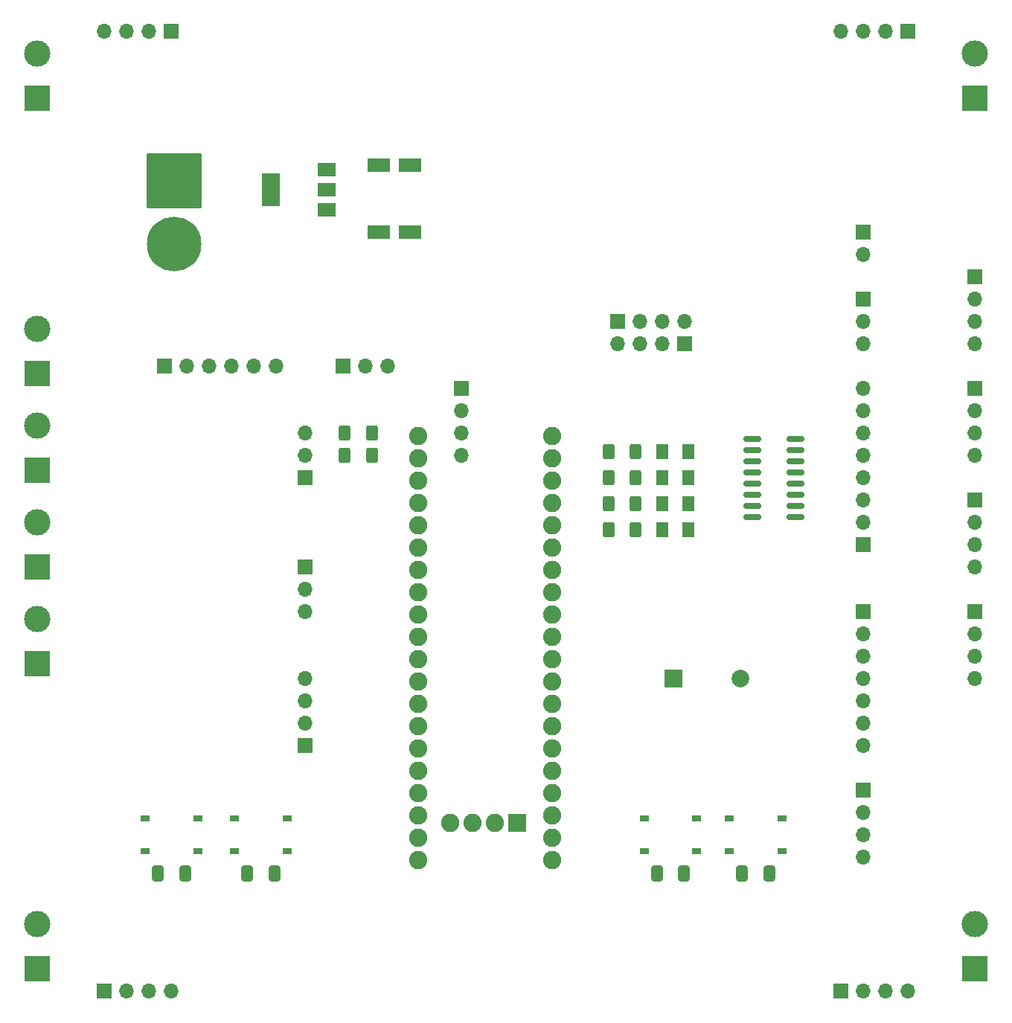
<source format=gbr>
%TF.GenerationSoftware,KiCad,Pcbnew,7.0.10-7.0.10~ubuntu22.04.1*%
%TF.CreationDate,2024-01-16T22:39:05+07:00*%
%TF.ProjectId,PCB_Sensor,5043425f-5365-46e7-936f-722e6b696361,rev?*%
%TF.SameCoordinates,Original*%
%TF.FileFunction,Soldermask,Top*%
%TF.FilePolarity,Negative*%
%FSLAX46Y46*%
G04 Gerber Fmt 4.6, Leading zero omitted, Abs format (unit mm)*
G04 Created by KiCad (PCBNEW 7.0.10-7.0.10~ubuntu22.04.1) date 2024-01-16 22:39:05*
%MOMM*%
%LPD*%
G01*
G04 APERTURE LIST*
G04 Aperture macros list*
%AMRoundRect*
0 Rectangle with rounded corners*
0 $1 Rounding radius*
0 $2 $3 $4 $5 $6 $7 $8 $9 X,Y pos of 4 corners*
0 Add a 4 corners polygon primitive as box body*
4,1,4,$2,$3,$4,$5,$6,$7,$8,$9,$2,$3,0*
0 Add four circle primitives for the rounded corners*
1,1,$1+$1,$2,$3*
1,1,$1+$1,$4,$5*
1,1,$1+$1,$6,$7*
1,1,$1+$1,$8,$9*
0 Add four rect primitives between the rounded corners*
20,1,$1+$1,$2,$3,$4,$5,0*
20,1,$1+$1,$4,$5,$6,$7,0*
20,1,$1+$1,$6,$7,$8,$9,0*
20,1,$1+$1,$8,$9,$2,$3,0*%
G04 Aperture macros list end*
%ADD10R,1.700000X1.700000*%
%ADD11O,1.700000X1.700000*%
%ADD12C,3.000000*%
%ADD13R,3.000000X3.000000*%
%ADD14RoundRect,0.250000X-0.400000X-0.625000X0.400000X-0.625000X0.400000X0.625000X-0.400000X0.625000X0*%
%ADD15C,6.204000*%
%ADD16RoundRect,0.102000X-3.000000X3.000000X-3.000000X-3.000000X3.000000X-3.000000X3.000000X3.000000X0*%
%ADD17R,1.000000X0.750000*%
%ADD18RoundRect,0.250000X-1.050000X-0.550000X1.050000X-0.550000X1.050000X0.550000X-1.050000X0.550000X0*%
%ADD19RoundRect,0.250000X-0.412500X-0.650000X0.412500X-0.650000X0.412500X0.650000X-0.412500X0.650000X0*%
%ADD20R,2.000000X2.000000*%
%ADD21C,2.000000*%
%ADD22R,2.000000X1.500000*%
%ADD23R,2.000000X3.800000*%
%ADD24RoundRect,0.150000X0.825000X0.150000X-0.825000X0.150000X-0.825000X-0.150000X0.825000X-0.150000X0*%
%ADD25RoundRect,0.250001X-0.462499X-0.624999X0.462499X-0.624999X0.462499X0.624999X-0.462499X0.624999X0*%
%ADD26RoundRect,0.250000X0.400000X0.625000X-0.400000X0.625000X-0.400000X-0.625000X0.400000X-0.625000X0*%
%ADD27C,2.082800*%
%ADD28RoundRect,0.101600X0.939800X-0.939800X0.939800X0.939800X-0.939800X0.939800X-0.939800X-0.939800X0*%
G04 APERTURE END LIST*
D10*
%TO.C,J30*%
X170180000Y-88900000D03*
D11*
X170180000Y-91440000D03*
X170180000Y-93980000D03*
X170180000Y-96520000D03*
%TD*%
D10*
%TO.C,J29*%
X170180000Y-101600000D03*
D11*
X170180000Y-104140000D03*
X170180000Y-106680000D03*
X170180000Y-109220000D03*
%TD*%
D10*
%TO.C,J28*%
X170180000Y-76200000D03*
D11*
X170180000Y-78740000D03*
X170180000Y-81280000D03*
X170180000Y-83820000D03*
%TD*%
D10*
%TO.C,J27*%
X170180000Y-63500000D03*
D11*
X170180000Y-66040000D03*
X170180000Y-68580000D03*
X170180000Y-71120000D03*
%TD*%
D10*
%TO.C,J26*%
X71120000Y-144780000D03*
D11*
X73660000Y-144780000D03*
X76200000Y-144780000D03*
X78740000Y-144780000D03*
%TD*%
D10*
%TO.C,J25*%
X78740000Y-35560000D03*
D11*
X76200000Y-35560000D03*
X73660000Y-35560000D03*
X71120000Y-35560000D03*
%TD*%
D10*
%TO.C,J24*%
X154940000Y-144780000D03*
D11*
X157480000Y-144780000D03*
X160020000Y-144780000D03*
X162560000Y-144780000D03*
%TD*%
D10*
%TO.C,J23*%
X162560000Y-35560000D03*
D11*
X160020000Y-35560000D03*
X157480000Y-35560000D03*
X154940000Y-35560000D03*
%TD*%
D12*
%TO.C,J22*%
X63500000Y-102446668D03*
D13*
X63500000Y-107526668D03*
%TD*%
D12*
%TO.C,J21*%
X63500000Y-91440000D03*
D13*
X63500000Y-96520000D03*
%TD*%
D12*
%TO.C,J20*%
X63500000Y-80433334D03*
D13*
X63500000Y-85513334D03*
%TD*%
%TO.C,J19*%
X63500000Y-43180000D03*
D12*
X63500000Y-38100000D03*
%TD*%
D13*
%TO.C,J18*%
X170180000Y-142240000D03*
D12*
X170180000Y-137160000D03*
%TD*%
D13*
%TO.C,J17*%
X170180000Y-43180000D03*
D12*
X170180000Y-38100000D03*
%TD*%
D13*
%TO.C,J16*%
X63500000Y-142240000D03*
D12*
X63500000Y-137160000D03*
%TD*%
D13*
%TO.C,J3*%
X63500000Y-74506668D03*
D12*
X63500000Y-69426668D03*
%TD*%
D10*
%TO.C,J4*%
X157480000Y-66040000D03*
D11*
X157480000Y-68580000D03*
X157480000Y-71120000D03*
%TD*%
D10*
%TO.C,J10*%
X157480000Y-121920000D03*
D11*
X157480000Y-124460000D03*
X157480000Y-127000000D03*
X157480000Y-129540000D03*
%TD*%
D14*
%TO.C,R2*%
X98500000Y-83820000D03*
X101600000Y-83820000D03*
%TD*%
D15*
%TO.C,J6*%
X79060000Y-59720000D03*
D16*
X79060000Y-52520000D03*
%TD*%
D10*
%TO.C,J1*%
X98320000Y-73660000D03*
D11*
X100860000Y-73660000D03*
X103400000Y-73660000D03*
%TD*%
D10*
%TO.C,J5*%
X157480000Y-58420000D03*
D11*
X157480000Y-60960000D03*
%TD*%
D17*
%TO.C,SW4*%
X85900000Y-125125000D03*
X91900000Y-125125000D03*
X85900000Y-128875000D03*
X91900000Y-128875000D03*
%TD*%
%TO.C,SW2*%
X132540000Y-125125000D03*
X138540000Y-125125000D03*
X132540000Y-128875000D03*
X138540000Y-128875000D03*
%TD*%
D18*
%TO.C,C1*%
X102340000Y-50800000D03*
X105940000Y-50800000D03*
%TD*%
D10*
%TO.C,J8*%
X93980000Y-86360000D03*
D11*
X93980000Y-83820000D03*
X93980000Y-81280000D03*
%TD*%
D10*
%TO.C,J2*%
X93980000Y-96520000D03*
D11*
X93980000Y-99060000D03*
X93980000Y-101600000D03*
%TD*%
D19*
%TO.C,C3*%
X143677500Y-131415000D03*
X146802500Y-131415000D03*
%TD*%
D10*
%TO.C,J13*%
X157480000Y-101600000D03*
D11*
X157480000Y-104140000D03*
X157480000Y-106680000D03*
X157480000Y-109220000D03*
X157480000Y-111760000D03*
X157480000Y-114300000D03*
X157480000Y-116840000D03*
%TD*%
D14*
%TO.C,R6*%
X128487500Y-83400000D03*
X131587500Y-83400000D03*
%TD*%
D19*
%TO.C,C4*%
X133977500Y-131415000D03*
X137102500Y-131415000D03*
%TD*%
D10*
%TO.C,J14*%
X137160000Y-71120000D03*
D11*
X134620000Y-71120000D03*
X132080000Y-71120000D03*
X129540000Y-71120000D03*
%TD*%
D10*
%TO.C,J15*%
X129540000Y-68580000D03*
D11*
X132080000Y-68580000D03*
X134620000Y-68580000D03*
X137160000Y-68580000D03*
%TD*%
D20*
%TO.C,BZ1*%
X135900000Y-109220000D03*
D21*
X143500000Y-109220000D03*
%TD*%
D14*
%TO.C,R1*%
X128487500Y-92280000D03*
X131587500Y-92280000D03*
%TD*%
D22*
%TO.C,U2*%
X96390000Y-55880000D03*
X96390000Y-53580000D03*
D23*
X90090000Y-53580000D03*
D22*
X96390000Y-51280000D03*
%TD*%
D10*
%TO.C,J7*%
X111760000Y-76200000D03*
D11*
X111760000Y-78740000D03*
X111760000Y-81280000D03*
X111760000Y-83820000D03*
%TD*%
D10*
%TO.C,J9*%
X93980000Y-116840000D03*
D11*
X93980000Y-114300000D03*
X93980000Y-111760000D03*
X93980000Y-109220000D03*
%TD*%
D14*
%TO.C,R5*%
X128487500Y-86360000D03*
X131587500Y-86360000D03*
%TD*%
D17*
%TO.C,SW3*%
X75740000Y-125125000D03*
X81740000Y-125125000D03*
X75740000Y-128875000D03*
X81740000Y-128875000D03*
%TD*%
D19*
%TO.C,C5*%
X77177500Y-131415000D03*
X80302500Y-131415000D03*
%TD*%
D10*
%TO.C,J11*%
X78000000Y-73660000D03*
D11*
X80540000Y-73660000D03*
X83080000Y-73660000D03*
X85620000Y-73660000D03*
X88160000Y-73660000D03*
X90700000Y-73660000D03*
%TD*%
D18*
%TO.C,C2*%
X102340000Y-58420000D03*
X105940000Y-58420000D03*
%TD*%
D24*
%TO.C,U3*%
X149795000Y-90805000D03*
X149795000Y-89535000D03*
X149795000Y-88265000D03*
X149795000Y-86995000D03*
X149795000Y-85725000D03*
X149795000Y-84455000D03*
X149795000Y-83185000D03*
X149795000Y-81915000D03*
X144845000Y-81915000D03*
X144845000Y-83185000D03*
X144845000Y-84455000D03*
X144845000Y-85725000D03*
X144845000Y-86995000D03*
X144845000Y-88265000D03*
X144845000Y-89535000D03*
X144845000Y-90805000D03*
%TD*%
D14*
%TO.C,R4*%
X128487500Y-89320000D03*
X131587500Y-89320000D03*
%TD*%
D25*
%TO.C,D3*%
X134620000Y-86335000D03*
X137595000Y-86335000D03*
%TD*%
D19*
%TO.C,C6*%
X87337500Y-131415000D03*
X90462500Y-131415000D03*
%TD*%
D25*
%TO.C,D1*%
X134620000Y-92255000D03*
X137595000Y-92255000D03*
%TD*%
D17*
%TO.C,SW1*%
X142240000Y-125125000D03*
X148240000Y-125125000D03*
X142240000Y-128875000D03*
X148240000Y-128875000D03*
%TD*%
D10*
%TO.C,J12*%
X157480000Y-93980000D03*
D11*
X157480000Y-91440000D03*
X157480000Y-88900000D03*
X157480000Y-86360000D03*
X157480000Y-83820000D03*
X157480000Y-81280000D03*
X157480000Y-78740000D03*
X157480000Y-76200000D03*
%TD*%
D25*
%TO.C,D4*%
X134620000Y-83375000D03*
X137595000Y-83375000D03*
%TD*%
D26*
%TO.C,R3*%
X101600000Y-81280000D03*
X98500000Y-81280000D03*
%TD*%
D25*
%TO.C,D2*%
X134620000Y-89295000D03*
X137595000Y-89295000D03*
%TD*%
D27*
%TO.C,U1*%
X122047000Y-81580000D03*
X122047000Y-84120000D03*
X122047000Y-86660000D03*
X122047000Y-89200000D03*
X122047000Y-91740000D03*
X122047000Y-94280000D03*
X122047000Y-96820000D03*
X122047000Y-99360000D03*
X122047000Y-101900000D03*
X122047000Y-104440000D03*
X122047000Y-106980000D03*
X122047000Y-109520000D03*
X122047000Y-112060000D03*
X122047000Y-114600000D03*
X122047000Y-117140000D03*
X122047000Y-119680000D03*
X122047000Y-122220000D03*
X122047000Y-124760000D03*
X122047000Y-127300000D03*
X122047000Y-129840000D03*
X106807000Y-129840000D03*
X106807000Y-127300000D03*
X106807000Y-124760000D03*
X106807000Y-122220000D03*
X106807000Y-119680000D03*
X106807000Y-117140000D03*
X106807000Y-114600000D03*
X106807000Y-112060000D03*
X106807000Y-109520000D03*
X106807000Y-106980000D03*
X106807000Y-104440000D03*
X106807000Y-101900000D03*
X106807000Y-99360000D03*
X106807000Y-96820000D03*
X106807000Y-94280000D03*
X106807000Y-91740000D03*
X106807000Y-89200000D03*
X106807000Y-86660000D03*
X106807000Y-84120000D03*
X106807000Y-81580000D03*
D28*
X118110000Y-125603000D03*
D27*
X115570000Y-125603000D03*
X113030000Y-125603000D03*
X110490000Y-125603000D03*
%TD*%
M02*

</source>
